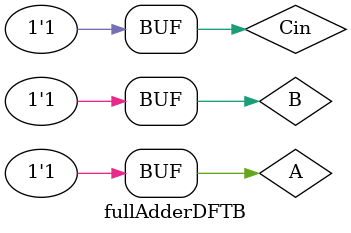
<source format=v>
module fullAdderDFTB;

reg A;
reg B;
reg Cin;

// Outputs
wire Sum;
wire Carry;

fullAdderDF uut (.a(A),.b(B),.cin(Cin),.sum(Sum),.carry(Carry));

initial begin
 A = 0; B = 0;
#10; A = 1; B = 0; Cin = 0;
#10; A = 0; B = 1; Cin = 0;
#10; A = 1; B = 1; Cin = 1;
end
initial begin
$monitor ("T=%0t,A=%b,B=%b,Cin=%b,Sum=%b,Carry=%b",$time,A,B,Cin,Sum,Carry);
end
endmodule
</source>
